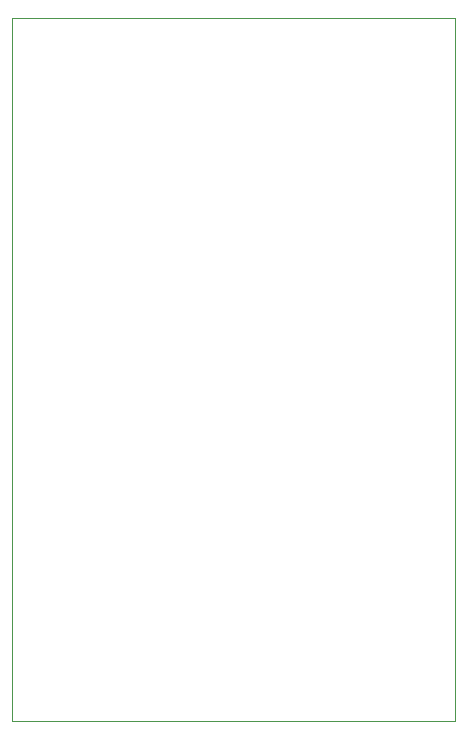
<source format=gbr>
%TF.GenerationSoftware,KiCad,Pcbnew,8.0.1*%
%TF.CreationDate,2024-06-02T10:18:45+08:00*%
%TF.ProjectId,CrazyPowerboard,4372617a-7950-46f7-9765-72626f617264,rev?*%
%TF.SameCoordinates,Original*%
%TF.FileFunction,Profile,NP*%
%FSLAX46Y46*%
G04 Gerber Fmt 4.6, Leading zero omitted, Abs format (unit mm)*
G04 Created by KiCad (PCBNEW 8.0.1) date 2024-06-02 10:18:45*
%MOMM*%
%LPD*%
G01*
G04 APERTURE LIST*
%TA.AperFunction,Profile*%
%ADD10C,0.100000*%
%TD*%
G04 APERTURE END LIST*
D10*
X81500000Y-29000000D02*
X119000000Y-29000000D01*
X119000000Y-88500000D01*
X81500000Y-88500000D01*
X81500000Y-29000000D01*
M02*

</source>
